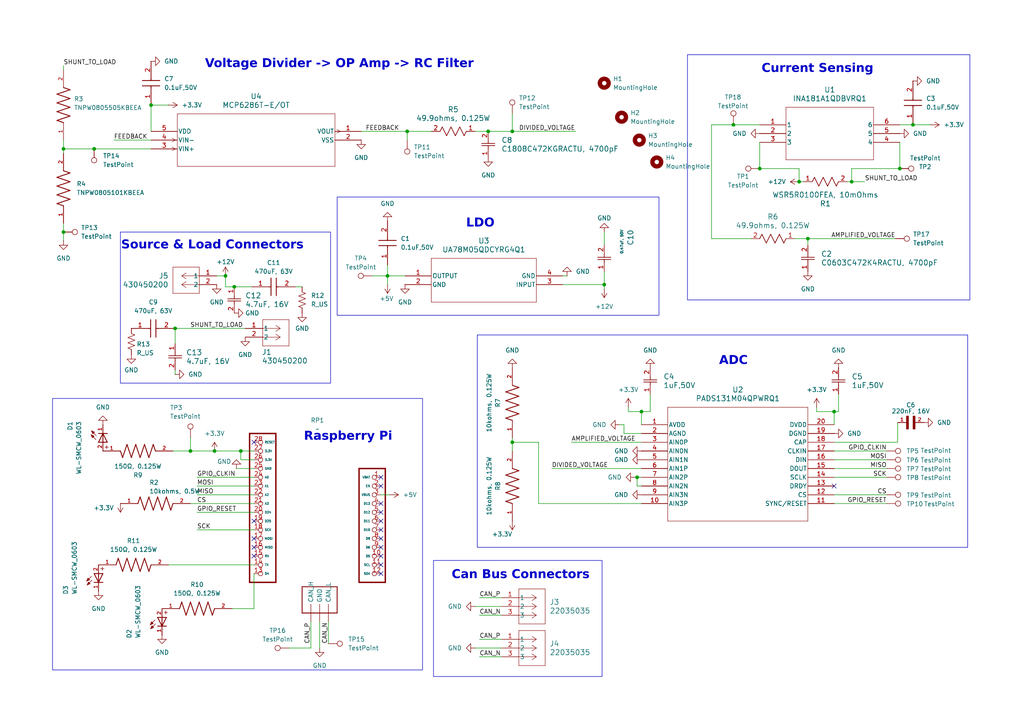
<source format=kicad_sch>
(kicad_sch (version 20231120) (generator "eeschema") (generator_version "8.0")
  (paper "A4")
  (junction (at 220.345 48.895))
  (junction (at 112.395 80.01))
  (junction (at 62.23 130.81))
  (junction (at 241.935 119.38))
  (junction (at 118.11 38.1))
  (junction (at 212.725 36.195))
  (junction (at 175.26 82.55))
  (junction (at 55.245 130.81))
  (junction (at 148.59 38.1))
  (junction (at 148.59 128.27))
  (junction (at 43.815 30.48))
  (junction (at 260.985 48.895))
  (junction (at 65.405 80.01))
  (junction (at 67.945 83.185))
  (junction (at 264.795 36.195))
  (junction (at 18.415 43.18))
  (junction (at 247.015 52.705))
  (junction (at 141.605 38.1))
  (junction (at 186.055 119.38))
  (junction (at 184.785 138.43))
  (junction (at 50.8 95.25))
  (junction (at 234.315 69.215))
  (junction (at 231.775 52.705))
  (junction (at 69.85 130.81))
  (junction (at 18.415 67.31))
  (junction (at 27.305 43.18))
  (no_connect (at 241.935 140.97))
  (no_connect (at 110.49 148.59))
  (no_connect (at 110.49 156.21))
  (no_connect (at 110.49 140.97))
  (no_connect (at 110.49 161.29))
  (no_connect (at 73.66 161.29))
  (no_connect (at 110.49 158.75))
  (no_connect (at 110.49 163.83))
  (no_connect (at 110.49 166.37))
  (no_connect (at 110.49 153.67))
  (no_connect (at 73.66 128.27))
  (no_connect (at 73.66 158.75))
  (no_connect (at 73.66 151.13))
  (no_connect (at 110.49 146.05))
  (no_connect (at 73.66 156.21))
  (no_connect (at 110.49 138.43))
  (no_connect (at 110.49 151.13))
  (wire (pts (xy 18.415 40.64) (xy 18.415 43.18)))
  (wire (pts (xy 48.895 163.83) (xy 73.66 163.83)))
  (wire (pts (xy 188.595 119.38) (xy 186.055 119.38)))
  (wire (pts (xy 83.82 187.96) (xy 90.17 187.96)))
  (wire (pts (xy 184.785 140.97) (xy 186.055 140.97)))
  (wire (pts (xy 184.785 138.43) (xy 184.785 140.97)))
  (wire (pts (xy 50.8 95.25) (xy 50.8 99.695)))
  (wire (pts (xy 184.785 138.43) (xy 186.055 138.43)))
  (wire (pts (xy 73.66 148.59) (xy 57.15 148.59)))
  (wire (pts (xy 220.345 48.895) (xy 220.345 41.275)))
  (wire (pts (xy 156.21 128.27) (xy 156.21 146.05)))
  (wire (pts (xy 141.605 38.1) (xy 148.59 38.1)))
  (wire (pts (xy 217.805 69.215) (xy 206.375 69.215)))
  (wire (pts (xy 269.875 36.195) (xy 264.795 36.195)))
  (wire (pts (xy 186.055 123.19) (xy 186.055 119.38)))
  (wire (pts (xy 62.23 130.81) (xy 69.85 130.81)))
  (wire (pts (xy 69.85 133.35) (xy 69.85 130.81)))
  (wire (pts (xy 180.975 123.19) (xy 180.975 125.73)))
  (wire (pts (xy 55.245 130.81) (xy 62.23 130.81)))
  (wire (pts (xy 184.15 138.43) (xy 184.785 138.43)))
  (wire (pts (xy 67.945 83.185) (xy 65.405 83.185)))
  (wire (pts (xy 65.405 83.185) (xy 65.405 80.01)))
  (wire (pts (xy 110.49 143.51) (xy 113.03 143.51)))
  (wire (pts (xy 156.21 146.05) (xy 186.055 146.05)))
  (wire (pts (xy 145.415 187.96) (xy 137.795 187.96)))
  (wire (pts (xy 241.935 133.35) (xy 257.175 133.35)))
  (wire (pts (xy 145.415 178.435) (xy 139.065 178.435)))
  (wire (pts (xy 50.165 130.81) (xy 55.245 130.81)))
  (wire (pts (xy 148.59 38.1) (xy 167.005 38.1)))
  (wire (pts (xy 145.415 185.42) (xy 139.065 185.42)))
  (wire (pts (xy 245.745 52.705) (xy 247.015 52.705)))
  (wire (pts (xy 18.415 43.18) (xy 18.415 44.45)))
  (wire (pts (xy 50.8 95.25) (xy 71.12 95.25)))
  (wire (pts (xy 231.775 48.895) (xy 231.775 52.705)))
  (wire (pts (xy 27.305 43.18) (xy 43.815 43.18)))
  (wire (pts (xy 260.985 41.275) (xy 260.985 48.895)))
  (wire (pts (xy 55.245 127) (xy 55.245 130.81)))
  (wire (pts (xy 180.975 125.73) (xy 186.055 125.73)))
  (wire (pts (xy 241.935 119.38) (xy 241.935 123.19)))
  (wire (pts (xy 175.26 67.31) (xy 175.26 71.12)))
  (wire (pts (xy 236.855 119.38) (xy 241.935 119.38)))
  (wire (pts (xy 148.59 128.27) (xy 156.21 128.27)))
  (wire (pts (xy 175.26 82.55) (xy 175.26 83.82)))
  (wire (pts (xy 241.935 146.05) (xy 257.175 146.05)))
  (wire (pts (xy 107.95 80.01) (xy 112.395 80.01)))
  (wire (pts (xy 118.11 38.1) (xy 118.11 40.64)))
  (wire (pts (xy 73.025 83.185) (xy 67.945 83.185)))
  (wire (pts (xy 257.175 135.89) (xy 241.935 135.89)))
  (wire (pts (xy 241.935 119.38) (xy 243.205 119.38)))
  (wire (pts (xy 241.935 138.43) (xy 257.175 138.43)))
  (wire (pts (xy 104.775 38.1) (xy 118.11 38.1)))
  (wire (pts (xy 57.15 143.51) (xy 73.66 143.51)))
  (wire (pts (xy 206.375 69.215) (xy 206.375 36.195)))
  (wire (pts (xy 220.345 48.895) (xy 231.775 48.895)))
  (wire (pts (xy 48.895 30.48) (xy 43.815 30.48)))
  (wire (pts (xy 236.855 119.38) (xy 236.855 118.11)))
  (wire (pts (xy 247.015 48.895) (xy 247.015 52.705)))
  (wire (pts (xy 118.11 38.1) (xy 125.095 38.1)))
  (wire (pts (xy 145.415 173.355) (xy 139.065 173.355)))
  (wire (pts (xy 57.15 153.67) (xy 73.66 153.67)))
  (wire (pts (xy 145.415 190.5) (xy 139.065 190.5)))
  (wire (pts (xy 206.375 36.195) (xy 212.725 36.195)))
  (wire (pts (xy 67.31 176.53) (xy 73.66 176.53)))
  (wire (pts (xy 137.795 38.1) (xy 141.605 38.1)))
  (wire (pts (xy 260.35 128.27) (xy 241.935 128.27)))
  (wire (pts (xy 160.02 135.89) (xy 186.055 135.89)))
  (wire (pts (xy 145.415 175.895) (xy 137.795 175.895)))
  (wire (pts (xy 165.735 128.27) (xy 186.055 128.27)))
  (wire (pts (xy 188.595 114.3) (xy 188.595 119.38)))
  (wire (pts (xy 164.465 80.01) (xy 163.195 80.01)))
  (wire (pts (xy 18.415 43.18) (xy 27.305 43.18)))
  (wire (pts (xy 234.315 71.12) (xy 234.315 69.215)))
  (wire (pts (xy 179.705 123.19) (xy 180.975 123.19)))
  (wire (pts (xy 112.395 80.01) (xy 112.395 82.55)))
  (wire (pts (xy 234.315 69.215) (xy 259.715 69.215)))
  (wire (pts (xy 85.725 83.185) (xy 87.63 83.185)))
  (wire (pts (xy 55.245 146.05) (xy 73.66 146.05)))
  (wire (pts (xy 62.865 80.01) (xy 65.405 80.01)))
  (wire (pts (xy 18.415 69.85) (xy 18.415 67.31)))
  (wire (pts (xy 69.85 130.81) (xy 73.66 130.81)))
  (wire (pts (xy 18.415 19.05) (xy 18.415 20.32)))
  (wire (pts (xy 92.71 180.34) (xy 92.71 187.96)))
  (wire (pts (xy 247.015 52.705) (xy 250.825 52.705)))
  (wire (pts (xy 186.055 119.38) (xy 182.245 119.38)))
  (wire (pts (xy 43.815 30.48) (xy 43.815 38.1)))
  (wire (pts (xy 73.66 166.37) (xy 73.66 176.53)))
  (wire (pts (xy 231.775 52.705) (xy 233.045 52.705)))
  (wire (pts (xy 264.795 36.195) (xy 260.985 36.195)))
  (wire (pts (xy 112.395 76.835) (xy 112.395 80.01)))
  (wire (pts (xy 247.015 48.895) (xy 260.985 48.895)))
  (wire (pts (xy 18.415 67.31) (xy 18.415 64.77)))
  (wire (pts (xy 95.25 180.34) (xy 95.25 186.69)))
  (wire (pts (xy 212.725 36.195) (xy 220.345 36.195)))
  (wire (pts (xy 90.17 180.34) (xy 90.17 187.96)))
  (wire (pts (xy 260.35 122.555) (xy 260.35 128.27)))
  (wire (pts (xy 148.59 130.81) (xy 148.59 128.27)))
  (wire (pts (xy 73.66 138.43) (xy 57.15 138.43)))
  (wire (pts (xy 175.26 78.74) (xy 175.26 82.55)))
  (wire (pts (xy 69.85 133.35) (xy 73.66 133.35)))
  (wire (pts (xy 230.505 69.215) (xy 234.315 69.215)))
  (wire (pts (xy 50.8 107.315) (xy 50.8 108.585)))
  (wire (pts (xy 163.195 82.55) (xy 175.26 82.55)))
  (wire (pts (xy 243.205 114.3) (xy 243.205 119.38)))
  (wire (pts (xy 241.935 143.51) (xy 257.175 143.51)))
  (wire (pts (xy 148.59 33.02) (xy 148.59 38.1)))
  (wire (pts (xy 148.59 128.27) (xy 148.59 127)))
  (wire (pts (xy 241.935 130.81) (xy 257.175 130.81)))
  (wire (pts (xy 68.58 135.89) (xy 73.66 135.89)))
  (wire (pts (xy 73.66 140.97) (xy 57.15 140.97)))
  (wire (pts (xy 33.02 40.64) (xy 43.815 40.64)))
  (wire (pts (xy 182.245 119.38) (xy 182.245 118.11)))
  (wire (pts (xy 112.395 80.01) (xy 117.475 80.01)))
  (rectangle (start 125.73 162.56) (end 174.625 196.215))
  (rectangle (start 97.79 57.15) (end 191.135 91.44))
  (rectangle (start 138.43 97.155) (end 280.67 158.75))
  (rectangle (start 122.555 194.31) (end 15.24 115.57))
  (rectangle (start 34.925 67.31) (end 95.885 111.125))
  (rectangle (start 199.39 15.875) (end 281.305 86.995))
  (text "LDO" (at 139.319 65.532 0) (effects (font (size 2.54 2.54))))
  (text "Raspberry Pi" (at 100.965 127.381 0) (effects (font (size 2.54 2.54))))
  (text "Current Sensing" (at 237.109 20.701 0) (effects (font (size 2.54 2.54))))
  (text "Voltage Divider -> OP Amp -> RC Filter" (at 98.425 19.304 0) (effects (font (size 2.54 2.54))))
  (text "Source & Load Connectors" (at 61.595 71.882 0) (effects (font (size 2.54 2.54))))
  (text "ADC" (at 212.725 105.41 0) (effects (font (size 2.54 2.54))))
  (text "Can Bus Connectors" (at 151.003 167.513 0) (effects (font (size 2.54 2.54))))
  (label "SHUNT_TO_LOAD" (at 250.825 52.705 0))
  (label "SHUNT_TO_LOAD" (at 18.415 19.05 0))
  (label "SCK" (at 57.15 153.67 0))
  (label "DIVIDED_VOLTAGE" (at 150.495 38.1 0))
  (label "AMPLIFIED_VOLTAGE" (at 165.735 128.27 0))
  (label "CAN_N" (at 139.065 178.435 0))
  (label "SCK" (at 257.175 138.43 180))
  (label "CAN_N" (at 139.065 190.5 0))
  (label "CAN_P" (at 90.17 186.69 90))
  (label "SHUNT_TO_LOAD" (at 70.485 95.25 180))
  (label "MOSI" (at 57.15 140.97 0))
  (label "FEEDBACK" (at 106.045 38.1 0))
  (label "FEEDBACK" (at 33.02 40.64 0))
  (label "MOSI" (at 257.175 133.35 180))
  (label "GPIO_CLKIN" (at 257.175 130.81 180))
  (label "GPIO_RESET" (at 257.175 146.05 180))
  (label "MISO" (at 257.175 135.89 180))
  (label "CAN_P" (at 139.065 173.355 0))
  (label "DIVIDED_VOLTAGE" (at 160.02 135.89 0))
  (label "CS" (at 57.15 146.05 0))
  (label "GPIO_CLKIN" (at 57.15 138.43 0))
  (label "CAN_P" (at 139.065 185.42 0))
  (label "AMPLIFIED_VOLTAGE" (at 259.715 69.215 180))
  (label "MISO" (at 57.15 143.51 0))
  (label "CAN_N" (at 95.25 186.69 90))
  (label "CS" (at 257.175 143.51 180))
  (label "GPIO_RESET" (at 57.15 148.59 0))
  (symbol (lib_id "SMV_Custom:GCM188R71H104KA57D") (at 262.89 122.555 0) (unit 1)
    (property "Reference" "C6" (at 264.16 117.475 0))
    (property "Value" "220nF, 16V" (at 264.16 119.253 0))
    (property "Footprint" "SMV_Passives:0805RESC2012X60N" (effects (hide yes)))
    (property "Datasheet" "C0805C224K5RACAUTO" (effects (hide yes)))
    (property "Description" "C129652" (effects (hide yes)))
  )
  (symbol (lib_id "power:GND") (at 175.26 67.31 0) (mirror x) (unit 1)
    (property "Reference" "#PWR021" (effects (hide yes)))
    (property "Value" "GND" (at 173.228 63.246 0) (effects (justify left)))
    (property "Description" "Power symbol creates a global label with name \"GND\" , ground" (effects (hide yes)))
  )
  (symbol (lib_id "power:GND") (at 67.945 90.805 90) (unit 1)
    (property "Reference" "#PWR047" (effects (hide yes)))
    (property "Value" "GND" (at 71.12 90.8049 90) (effects (justify right)))
    (property "Description" "Power symbol creates a global label with name \"GND\" , ground" (effects (hide yes)))
  )
  (symbol (lib_id "SMV_Custom:C0805C104K5RACTU") (at 264.795 36.195 90) (unit 1)
    (property "Reference" "C3" (at 268.605 28.5749 90) (effects (justify right)))
    (property "Value" "0.1uF,50V" (at 268.605 31.1149 90) (effects (justify right)))
    (property "Footprint" "SMV_Passives:Cap0805" (effects (hide yes)))
    (property "Datasheet" "C0805F104K5RACAUTO" (effects (hide yes)))
    (property "Description" "C141162" (effects (hide yes)))
    (property "Height" "1.1" (effects (hide yes)))
    (property "Manufacturer_Name" "KEMET" (effects (hide yes)))
    (property "Manufacturer_Part_Number" "C0805C104K5RACTU" (effects (hide yes)))
    (property "Mouser Part Number" "80-C0805C104K5R" (effects (hide yes)))
    (property "Mouser Price/Stock" "https://www.mouser.co.uk/ProductDetail/KEMET/C0805C104K5RACTU?qs=Pc30aiB8zWUISNb2Qeyxfw%3D%3D" (effects (hide yes)))
    (property "Arrow Part Number" "C0805C104K5RACTU" (effects (hide yes)))
    (property "Arrow Price/Stock" "https://www.arrow.com/en/products/c0805c104k5ractu/kemet-corporation?region=nac" (effects (hide yes)))
  )
  (symbol (lib_id "SMV_Custom:RCS0603150RJNEA") (at 38.735 163.83 0) (unit 1)
    (property "Reference" "R11" (at 38.735 156.845 0))
    (property "Value" "150Ω, 0.125W" (at 38.735 159.385 0))
    (property "Footprint" "SMV_Passives:0805RESC2012X60N" (effects (hide yes)))
    (property "Datasheet" "CRCW0805150RFKEA" (effects (hide yes)))
    (property "Description" "C844818" (effects (hide yes)))
  )
  (symbol (lib_id "SMV_Custom:C0805C104K5RACTU") (at 43.815 30.48 90) (unit 1)
    (property "Reference" "C7" (at 47.625 22.8599 90) (effects (justify right)))
    (property "Value" "0.1uF,50V" (at 47.625 25.3999 90) (effects (justify right)))
    (property "Footprint" "SMV_Passives:Cap0805" (effects (hide yes)))
    (property "Datasheet" "C0805F104K5RACAUTO" (effects (hide yes)))
    (property "Description" "C141162" (effects (hide yes)))
    (property "Height" "1.1" (effects (hide yes)))
    (property "Manufacturer_Name" "KEMET" (effects (hide yes)))
    (property "Manufacturer_Part_Number" "C0805C104K5RACTU" (effects (hide yes)))
    (property "Mouser Part Number" "80-C0805C104K5R" (effects (hide yes)))
    (property "Mouser Price/Stock" "https://www.mouser.co.uk/ProductDetail/KEMET/C0805C104K5RACTU?qs=Pc30aiB8zWUISNb2Qeyxfw%3D%3D" (effects (hide yes)))
    (property "Arrow Part Number" "C0805C104K5RACTU" (effects (hide yes)))
    (property "Arrow Price/Stock" "https://www.arrow.com/en/products/c0805c104k5ractu/kemet-corporation?region=nac" (effects (hide yes)))
  )
  (symbol (lib_id "Connector:TestPoint") (at 257.175 138.43 270) (unit 1)
    (property "Reference" "TP8" (at 262.89 138.557 90) (effects (justify left)))
    (property "Value" "TestPoint" (at 266.954 138.557 90) (effects (justify left)))
    (property "Footprint" "TestPoint:TestPoint_Pad_D1.0mm" (effects (hide yes)))
    (property "Description" "test point" (effects (hide yes)))
  )
  (symbol (lib_id "SMV_Custom:TNPW0805505KBEEA") (at 18.415 30.48 90) (unit 1)
    (property "Reference" "R3" (at 21.463 28.702 90) (effects (justify right)))
    (property "Value" "TNPW0805505KBEEA" (at 21.463 31.242 90) (effects (justify right)))
    (property "Footprint" "SMV_Passives:RESC2012X55N" (effects (hide yes)))
  )
  (symbol (lib_id "power:GND") (at 234.315 78.74 0) (unit 1)
    (property "Reference" "#PWR033" (effects (hide yes)))
    (property "Value" "GND" (at 234.315 83.82 0))
    (property "Description" "Power symbol creates a global label with name \"GND\" , ground" (effects (hide yes)))
  )
  (symbol (lib_id "power:GND") (at 148.59 106.68 180) (unit 1)
    (property "Reference" "#PWR035" (effects (hide yes)))
    (property "Value" "GND" (at 148.59 101.6 0))
    (property "Description" "Power symbol creates a global label with name \"GND\" , ground" (effects (hide yes)))
  )
  (symbol (lib_id "power:GND") (at 186.055 130.81 270) (unit 1)
    (property "Reference" "#PWR015" (effects (hide yes)))
    (property "Value" "GND" (at 182.245 130.8099 90) (effects (justify right)))
    (property "Description" "Power symbol creates a global label with name \"GND\" , ground" (effects (hide yes)))
  )
  (symbol (lib_id "SMV_Custom:INA181A1QDBVRQ1") (at 220.345 36.195 0) (unit 1)
    (property "Reference" "U1" (at 240.665 26.035 0) (effects (font (size 1.524 1.524))))
    (property "Value" "INA181A1QDBVRQ1" (at 240.665 28.575 0) (effects (font (size 1.524 1.524))))
    (property "Footprint" "SMV_ICs:SOIC_DBVRQ1_TEX" (effects (hide yes)))
    (property "Datasheet" "INA181A1QDBVRQ1" (effects (hide yes)))
  )
  (symbol (lib_id "SMV_Custom:430450200") (at 62.865 80.01 0) (mirror y) (unit 1)
    (property "Reference" "J5" (at 48.895 80.0099 0) (effects (font (size 1.524 1.524)) (justify left)))
    (property "Value" "430450200" (at 48.895 82.5499 0) (effects (font (size 1.524 1.524)) (justify left)))
    (property "Footprint" "SMV_Connectors:CONN_SD-43045-001_02_MOL" (effects (hide yes)))
    (property "Datasheet" "430450200" (effects (hide yes)))
  )
  (symbol (lib_id "SMV_Custom:Big_Chunky_Cap2") (at 73.025 83.185 0) (unit 1)
    (property "Reference" "C11" (at 79.375 76.2 0))
    (property "Value" "470uF, 63V" (at 79.375 78.74 0))
    (property "Footprint" "SMV_Passives:Big_Chunky_Cap" (effects (hide yes)))
    (property "Datasheet" "https://content.kemet.com/datasheets/KEM_C1003_C0G_SMD.pdf" (effects (hide yes)))
    (property "Description" "SMD Comm C0G, Ceramic, 1000 pF, 10%, 50 VDC, 125 VDC, 125C, -55C, C0G, SMD, MLCC, Ultra-Stable, Low Loss, Class I, 0.1 % , 100 GOhms, 11 mg, 0805, 2mm, 1.25mm, 0.78mm, 0.75mm, 0.5mm, 4000, 78  Weeks, 120" (effects (hide yes)))
    (property "Height" "1.1" (effects (hide yes)))
    (property "Manufacturer_Name" "KEMET" (effects (hide yes)))
    (property "Manufacturer_Part_Number" "C0805C102K5GACTU" (effects (hide yes)))
    (property "Mouser Part Number" "80-C0805C102K5G" (effects (hide yes)))
    (property "Mouser Price/Stock" "https://www.mouser.co.uk/ProductDetail/KEMET/C0805C102K5GACTU?qs=ycq5i98tC2kqWbFrXv0n7w%3D%3D" (effects (hide yes)))
    (property "Arrow Part Number" "C0805C102K5GACTU" (effects (hide yes)))
    (property "Arrow Price/Stock" "https://www.arrow.com/en/products/c0805c102k5gactu/kemet-corporation" (effects (hide yes)))
  )
  (symbol (lib_id "SMV_Custom:C0805C105K4RACTU") (at 243.205 114.3 90) (unit 1)
    (property "Reference" "C5" (at 247.015 109.2199 90) (effects (font (size 1.524 1.524)) (justify right)))
    (property "Value" "1uF,50V" (at 247.015 111.7599 90) (effects (font (size 1.524 1.524)) (justify right)))
    (property "Footprint" "SMV_Passives:Cap0805" (effects (hide yes)))
    (property "Datasheet" "C0805X105K5RACAUTO" (effects (hide yes)))
    (property "Description" "C3858054" (effects (hide yes)))
  )
  (symbol (lib_id "Connector:TestPoint") (at 83.82 187.96 90) (unit 1)
    (property "Reference" "TP16" (at 80.518 182.88 90))
    (property "Value" "TestPoint" (at 80.518 185.42 90))
    (property "Footprint" "TestPoint:TestPoint_Pad_D1.0mm" (effects (hide yes)))
    (property "Description" "test point" (effects (hide yes)))
  )
  (symbol (lib_id "SMV_Custom:C0805C104K5RACTU") (at 112.395 76.835 90) (unit 1)
    (property "Reference" "C1" (at 116.205 69.2149 90) (effects (justify right)))
    (property "Value" "0.1uF,50V" (at 116.205 71.7549 90) (effects (justify right)))
    (property "Footprint" "SMV_Passives:Cap0805" (effects (hide yes)))
    (property "Datasheet" "C0805F104K5RACAUTO" (effects (hide yes)))
    (property "Description" "C141162" (effects (hide yes)))
    (property "Height" "1.1" (effects (hide yes)))
    (property "Manufacturer_Name" "KEMET" (effects (hide yes)))
    (property "Manufacturer_Part_Number" "C0805C104K5RACTU" (effects (hide yes)))
    (property "Mouser Part Number" "80-C0805C104K5R" (effects (hide yes)))
    (property "Mouser Price/Stock" "https://www.mouser.co.uk/ProductDetail/KEMET/C0805C104K5RACTU?qs=Pc30aiB8zWUISNb2Qeyxfw%3D%3D" (effects (hide yes)))
    (property "Arrow Part Number" "C0805C104K5RACTU" (effects (hide yes)))
    (property "Arrow Price/Stock" "https://www.arrow.com/en/products/c0805c104k5ractu/kemet-corporation?region=nac" (effects (hide yes)))
  )
  (symbol (lib_id "power:GND") (at 184.15 138.43 270) (unit 1)
    (property "Reference" "#PWR043" (effects (hide yes)))
    (property "Value" "GND" (at 180.34 138.4299 90) (effects (justify right)))
    (property "Description" "Power symbol creates a global label with name \"GND\" , ground" (effects (hide yes)))
  )
  (symbol (lib_id "power:GND") (at 71.12 97.79 0) (unit 1)
    (property "Reference" "#PWR014" (effects (hide yes)))
    (property "Value" "GND" (at 71.12 102.87 0))
    (property "Description" "Power symbol creates a global label with name \"GND\" , ground" (effects (hide yes)))
  )
  (symbol (lib_id "Mechanical:MountingHole") (at 175.26 24.13 0) (unit 1) (exclude_from_sim yes) (in_bom no)
    (property "Reference" "H1" (at 177.8 22.8599 0) (effects (justify left)))
    (property "Value" "MountingHole" (at 177.8 25.3999 0) (effects (justify left)))
    (property "Footprint" "MountingHole:MountingHole_3.2mm_M3" (effects (hide yes)))
    (property "Description" "Mounting Hole without connection" (effects (hide yes)))
  )
  (symbol (lib_id "power:+5V") (at 113.03 143.51 270) (unit 1)
    (property "Reference" "#PWR07" (effects (hide yes)))
    (property "Value" "+5V" (at 116.84 143.5099 90) (effects (justify left)))
    (property "Description" "Power symbol creates a global label with name \"+5V\"" (effects (hide yes)))
  )
  (symbol (lib_id "Connector:TestPoint") (at 257.175 143.51 270) (unit 1)
    (property "Reference" "TP9" (at 262.89 143.637 90) (effects (justify left)))
    (property "Value" "TestPoint" (at 266.954 143.637 90) (effects (justify left)))
    (property "Footprint" "TestPoint:TestPoint_Pad_D1.0mm" (effects (hide yes)))
    (property "Description" "test point" (effects (hide yes)))
  )
  (symbol (lib_id "SMV_Custom:C1210C474K5RACTU") (at 175.26 78.74 90) (unit 1)
    (property "Reference" "C10" (at 182.88 66.548 0) (effects (font (size 1.524 1.524)) (justify right)))
    (property "Value" "0.47uF, 50V" (at 180.34 66.548 0) (effects (font (size 0.762 0.762)) (justify right)))
    (property "Footprint" "SMV_Passives:CAPC340270_105N_KEM" (effects (hide yes)))
    (property "Datasheet" "C0805X474K5RACAUTO" (effects (hide yes)))
    (property "Description" "C2173145" (effects (hide yes)))
  )
  (symbol (lib_id "power:+3.3V") (at 236.855 118.11 0) (unit 1)
    (property "Reference" "#PWR025" (effects (hide yes)))
    (property "Value" "+3.3V" (at 236.855 113.03 0))
    (property "Description" "Power symbol creates a global label with name \"+3.3V\"" (effects (hide yes)))
  )
  (symbol (lib_id "SMV_Custom:C0805C105K4RACTU") (at 188.595 114.3 90) (unit 1)
    (property "Reference" "C4" (at 192.405 109.2199 90) (effects (font (size 1.524 1.524)) (justify right)))
    (property "Value" "1uF,50V" (at 192.405 111.7599 90) (effects (font (size 1.524 1.524)) (justify right)))
    (property "Footprint" "SMV_Passives:Cap0805" (effects (hide yes)))
    (property "Datasheet" "C0805X105K5RACAUTO" (effects (hide yes)))
    (property "Description" "C3858054" (effects (hide yes)))
  )
  (symbol (lib_id "SMV_Custom:WSR5R0100FEA") (at 233.045 52.705 0) (unit 1)
    (property "Reference" "R1" (at 239.395 59.055 0) (effects (font (size 1.524 1.524))))
    (property "Value" "WSR5R0100FEA, 10mOhms" (at 239.395 56.515 0) (effects (font (size 1.524 1.524))))
    (property "Footprint" "WSR" (effects (hide yes)))
    (property "Datasheet" "WSR5R0100FEA" (effects (hide yes)))
  )
  (symbol (lib_id "SMV_Custom:3-pin Mini Molex Spox") (at 145.415 185.42 0) (unit 1)
    (property "Reference" "J4" (at 159.385 186.6899 0) (effects (font (size 1.524 1.524)) (justify left)))
    (property "Value" "22035035" (at 159.385 189.2299 0) (effects (font (size 1.524 1.524)) (justify left)))
    (property "Footprint" "SMV_Connectors:3pin_CON_22035035_MOL" (effects (hide yes)))
    (property "Datasheet" "3-pin Mini Molex Spox" (effects (hide yes)))
  )
  (symbol (lib_id "power:GND") (at 43.815 17.78 90) (unit 1)
    (property "Reference" "#PWR029" (effects (hide yes)))
    (property "Value" "GND" (at 47.625 17.7799 90) (effects (justify right)))
    (property "Description" "Power symbol creates a global label with name \"GND\" , ground" (effects (hide yes)))
  )
  (symbol (lib_id "Connector:TestPoint") (at 95.25 186.69 270) (unit 1)
    (property "Reference" "TP15" (at 100.965 185.4199 90) (effects (justify left)))
    (property "Value" "TestPoint" (at 100.965 187.9599 90) (effects (justify left)))
    (property "Footprint" "TestPoint:TestPoint_Pad_D1.0mm" (effects (hide yes)))
    (property "Description" "test point" (effects (hide yes)))
  )
  (symbol (lib_id "power:GND") (at 220.345 38.735 270) (unit 1)
    (property "Reference" "#PWR04" (effects (hide yes)))
    (property "Value" "GND" (at 216.535 38.7349 90) (effects (justify right)))
    (property "Description" "Power symbol creates a global label with name \"GND\" , ground" (effects (hide yes)))
  )
  (symbol (lib_id "power:GND") (at 137.795 175.895 270) (unit 1)
    (property "Reference" "#PWR038" (effects (hide yes)))
    (property "Value" "GND" (at 133.985 175.8949 90) (effects (justify right)))
    (property "Description" "Power symbol creates a global label with name \"GND\" , ground" (effects (hide yes)))
  )
  (symbol (lib_id "Connector:TestPoint") (at 220.345 48.895 90) (unit 1)
    (property "Reference" "TP1" (at 215.519 51.181 90))
    (property "Value" "TestPoint" (at 215.519 53.721 90))
    (property "Footprint" "TestPoint:TestPoint_Pad_D1.0mm" (effects (hide yes)))
    (property "Description" "test point" (effects (hide yes)))
  )
  (symbol (lib_id "SMV_Custom:PADS131M04QPWRQ1") (at 186.055 123.19 0) (unit 1)
    (property "Reference" "U2" (at 213.995 113.03 0) (effects (font (size 1.524 1.524))))
    (property "Value" "PADS131M04QPWRQ1" (at 213.995 115.57 0) (effects (font (size 1.524 1.524))))
    (property "Footprint" "SMV_ICs:TSSOP20_PW_TEX" (effects (hide yes)))
    (property "Datasheet" "PADS131M04QPWRQ1" (effects (hide yes)))
  )
  (symbol (lib_id "SMV_Custom:RCS0603150RJNEA") (at 57.15 176.53 0) (unit 1)
    (property "Reference" "R10" (at 57.15 169.545 0))
    (property "Value" "150Ω, 0.125W" (at 57.15 172.085 0))
    (property "Footprint" "SMV_Passives:0805RESC2012X60N" (effects (hide yes)))
    (property "Datasheet" "CRCW0805150RFKEA" (effects (hide yes)))
    (property "Description" "C844818" (effects (hide yes)))
  )
  (symbol (lib_id "power:GND") (at 112.395 64.135 180) (unit 1)
    (property "Reference" "#PWR023" (effects (hide yes)))
    (property "Value" "GND" (at 112.395 59.055 0))
    (property "Description" "Power symbol creates a global label with name \"GND\" , ground" (effects (hide yes)))
  )
  (symbol (lib_id "power:GND") (at 186.055 143.51 270) (unit 1)
    (property "Reference" "#PWR036" (effects (hide yes)))
    (property "Value" "GND" (at 182.245 143.5099 90) (effects (justify right)))
    (property "Description" "Power symbol creates a global label with name \"GND\" , ground" (effects (hide yes)))
  )
  (symbol (lib_id "SMV_Custom:TNPW0805101KBEEA") (at 18.415 54.61 90) (unit 1)
    (property "Reference" "R4" (at 22.225 53.3399 90) (effects (justify right)))
    (property "Value" "TNPW0805101KBEEA" (at 22.225 55.8799 90) (effects (justify right)))
    (property "Footprint" "SMV_Passives:RESC2012X55N" (effects (hide yes)))
  )
  (symbol (lib_id "SMV_Custom:WL-SMCW_0603") (at 46.99 181.61 90) (unit 1)
    (property "Reference" "D2" (at 37.465 185.166 0) (effects (justify left)))
    (property "Value" "WL-SMCW_0603" (at 40.005 185.166 0) (effects (justify left)))
    (property "Footprint" "SMV_Passives:WL-SMCW_0603(diode)" (effects (hide yes)))
  )
  (symbol (lib_id "power:GND") (at 243.205 106.68 180) (unit 1)
    (property "Reference" "#PWR020" (effects (hide yes)))
    (property "Value" "GND" (at 243.205 101.6 0))
    (property "Description" "Power symbol creates a global label with name \"GND\" , ground" (effects (hide yes)))
  )
  (symbol (lib_id "power:GND") (at 28.575 171.45 0) (unit 1)
    (property "Reference" "#PWR042" (effects (hide yes)))
    (property "Value" "GND" (at 28.575 176.53 0))
    (property "Description" "Power symbol creates a global label with name \"GND\" , ground" (effects (hide yes)))
  )
  (symbol (lib_id "power:GND") (at 137.795 187.96 270) (unit 1)
    (property "Reference" "#PWR039" (effects (hide yes)))
    (property "Value" "GND" (at 133.985 187.9599 90) (effects (justify right)))
    (property "Description" "Power symbol creates a global label with name \"GND\" , ground" (effects (hide yes)))
  )
  (symbol (lib_id "SMV_Custom:CRCW080510K0FKEAC") (at 45.085 146.05 0) (unit 1)
    (property "Reference" "R2" (at 43.307 139.954 0) (effects (justify left)))
    (property "Value" "10kohms, 0.5W" (at 43.307 142.494 0) (effects (justify left)))
    (property "Footprint" "SMV_Passives:0805RESC2012X60N" (effects (hide yes)))
    (property "Datasheet" "CRCW080510K0FKEAHP" (effects (hide yes)))
    (property "Description" "C313823" (effects (hide yes)))
    (property "MF" "Vishay Dale" (effects (hide yes)))
    (property "Description_1" "\n                        \n                            10 kOhms ±1% 0.125W, 1/8W Chip Resistor 0805 (2012 Metric) - Thick Film\n                        \n" (effects (hide yes)))
    (property "Package" "2012 Vishay" (effects (hide yes)))
    (property "Price" "None" (effects (hide yes)))
    (property "SnapEDA_Link" "https://www.snapeda.com/parts/CRCW080510K0FKEAC/Vishay+Dale/view-part/?ref=snap" (effects (hide yes)))
    (property "MP" "CRCW080510K0FKEAC" (effects (hide yes)))
    (property "Availability" "In Stock" (effects (hide yes)))
    (property "Check_prices" "https://www.snapeda.com/parts/CRCW080510K0FKEAC/Vishay+Dale/view-part/?ref=eda" (effects (hide yes)))
  )
  (symbol (lib_id "Connector:TestPoint") (at 259.715 69.215 270) (unit 1)
    (property "Reference" "TP17" (at 264.795 67.9449 90) (effects (justify left)))
    (property "Value" "TestPoint" (at 264.795 70.4849 90) (effects (justify left)))
    (property "Footprint" "TestPoint:TestPoint_Pad_D1.0mm" (effects (hide yes)))
    (property "Description" "test point" (effects (hide yes)))
  )
  (symbol (lib_id "Connector:TestPoint") (at 257.175 135.89 270) (unit 1)
    (property "Reference" "TP7" (at 262.89 136.017 90) (effects (justify left)))
    (property "Value" "TestPoint" (at 266.954 136.017 90) (effects (justify left)))
    (property "Footprint" "TestPoint:TestPoint_Pad_D1.0mm" (effects (hide yes)))
    (property "Description" "test point" (effects (hide yes)))
  )
  (symbol (lib_id "SMV_Custom:WL-SMCW_0603") (at 29.845 125.73 90) (mirror x) (unit 1)
    (property "Reference" "D1" (at 20.32 122.174 0) (effects (justify left)))
    (property "Value" "WL-SMCW_0603" (at 22.86 122.174 0) (effects (justify left)))
    (property "Footprint" "SMV_Passives:WL-SMCW_0603(diode)" (effects (hide yes)))
  )
  (symbol (lib_id "power:GND") (at 46.99 184.15 0) (unit 1)
    (property "Reference" "#PWR041" (effects (hide yes)))
    (property "Value" "GND" (at 46.99 189.23 0))
    (property "Description" "Power symbol creates a global label with name \"GND\" , ground" (effects (hide yes)))
  )
  (symbol (lib_id "SMV_Custom:C0603C472K4RACTU") (at 234.315 78.74 90) (unit 1)
    (property "Reference" "C2" (at 238.125 73.6599 90) (effects (font (size 1.524 1.524)) (justify right)))
    (property "Value" "C0603C472K4RACTU, 4700pF" (at 238.125 76.1999 90) (effects (font (size 1.524 1.524)) (justify right)))
    (property "Footprint" "SMV_Passives:CAPC17595_87N_KEM" (effects (hide yes)))
    (property "Datasheet" "C0603C472K4RACTU" (effects (hide yes)))
  )
  (symbol (lib_id "power:+3.3V") (at 269.875 36.195 270) (unit 1)
    (property "Reference" "#PWR010" (effects (hide yes)))
    (property "Value" "+3.3V" (at 273.685 36.1949 90) (effects (justify left)))
    (property "Description" "Power symbol creates a global label with name \"+3.3V\"" (effects (hide yes)))
  )
  (symbol (lib_id "power:GND") (at 186.055 133.35 270) (unit 1)
    (property "Reference" "#PWR017" (effects (hide yes)))
    (property "Value" "GND" (at 182.245 133.3499 90) (effects (justify right)))
    (property "Description" "Power symbol creates a global label with name \"GND\" , ground" (effects (hide yes)))
  )
  (symbol (lib_id "power:GND") (at 141.605 45.72 0) (unit 1)
    (property "Reference" "#PWR032" (effects (hide yes)))
    (property "Value" "GND" (at 141.605 50.8 0))
    (property "Description" "Power symbol creates a global label with name \"GND\" , ground" (effects (hide yes)))
  )
  (symbol (lib_id "SMV_Custom:Big_Chunky_Cap2") (at 38.1 95.25 0) (unit 1)
    (property "Reference" "C9" (at 44.45 87.63 0))
    (property "Value" "470uF, 63V" (at 44.45 90.17 0))
    (property "Footprint" "SMV_Passives:Big_Chunky_Cap" (effects (hide yes)))
    (property "Datasheet" "https://content.kemet.com/datasheets/KEM_C1003_C0G_SMD.pdf" (effects (hide yes)))
    (property "Description" "SMD Comm C0G, Ceramic, 1000 pF, 10%, 50 VDC, 125 VDC, 125C, -55C, C0G, SMD, MLCC, Ultra-Stable, Low Loss, Class I, 0.1 % , 100 GOhms, 11 mg, 0805, 2mm, 1.25mm, 0.78mm, 0.75mm, 0.5mm, 4000, 78  Weeks, 120" (effects (hide yes)))
    (property "Height" "1.1" (effects (hide yes)))
    (property "Manufacturer_Name" "KEMET" (effects (hide yes)))
    (property "Manufacturer_Part_Number" "C0805C102K5GACTU" (effects (hide yes)))
    (property "Mouser Part Number" "80-C0805C102K5G" (effects (hide yes)))
    (property "Mouser Price/Stock" "https://www.mouser.co.uk/ProductDetail/KEMET/C0805C102K5GACTU?qs=ycq5i98tC2kqWbFrXv0n7w%3D%3D" (effects (hide yes)))
    (property "Arrow Part Number" "C0805C102K5GACTU" (effects (hide yes)))
    (property "Arrow Price/Stock" "https://www.arrow.com/en/products/c0805c102k5gactu/kemet-corporation" (effects (hide yes)))
  )
  (symbol (lib_id "SMV_Custom:CRCW020149R9FNED") (at 125.095 38.1 0) (unit 1)
    (property "Reference" "R5" (at 131.445 31.75 0) (effects (font (size 1.524 1.524))))
    (property "Value" "49.9ohms, 0.125W" (at 131.445 34.29 0) (effects (font (size 1.524 1.524))))
    (property "Footprint" "SMV_Passives:0805RESC2012X60N" (effects (hide yes)))
    (property "Datasheet" "CRCW080549R9FKEA" (effects (hide yes)))
    (property "Description" "C844847" (effects (hide yes)))
  )
  (symbol (lib_id "Connector:TestPoint") (at 257.175 130.81 270) (unit 1)
    (property "Reference" "TP5" (at 262.89 130.8099 90) (effects (justify left)))
    (property "Value" "TestPoint" (at 266.954 130.683 90) (effects (justify left)))
    (property "Footprint" "TestPoint:TestPoint_Pad_D1.0mm" (effects (hide yes)))
    (property "Description" "test point" (effects (hide yes)))
  )
  (symbol (lib_id "Connector:TestPoint") (at 260.985 48.895 270) (unit 1)
    (property "Reference" "TP2" (at 268.351 48.387 90))
    (property "Value" "TestPoint" (at 268.351 45.847 90))
    (property "Footprint" "TestPoint:TestPoint_Pad_D1.0mm" (effects (hide yes)))
    (property "Description" "test point" (effects (hide yes)))
  )
  (symbol (lib_id "power:GND") (at 241.935 125.73 90) (unit 1)
    (property "Reference" "#PWR011" (effects (hide yes)))
    (property "Value" "GND" (at 245.745 125.7299 90) (effects (justify right)))
    (property "Description" "Power symbol creates a global label with name \"GND\" , ground" (effects (hide yes)))
  )
  (symbol (lib_id "power:GND") (at 50.8 108.585 90) (unit 1)
    (property "Reference" "#PWR046" (effects (hide yes)))
    (property "Value" "GND" (at 54.61 108.5849 90) (effects (justify right)))
    (property "Description" "Power symbol creates a global label with name \"GND\" , ground" (effects (hide yes)))
  )
  (symbol (lib_id "SMV_Custom:CRCW080510K0FKEAC") (at 148.59 140.97 90) (unit 1)
    (property "Reference" "R8" (at 144.399 140.97 0))
    (property "Value" "10kohms, 0.125W" (at 141.859 140.97 0))
    (property "Footprint" "SMV_Passives:0805RESC2012X60N" (effects (hide yes)))
    (property "Datasheet" "CRCW080510K0FKEAHP" (effects (hide yes)))
    (property "Description" "C313823" (effects (hide yes)))
    (property "MF" "Vishay Dale" (effects (hide yes)))
    (property "Description_1" "\n                        \n                            10 kOhms ±1% 0.125W, 1/8W Chip Resistor 0805 (2012 Metric) - Thick Film\n                        \n" (effects (hide yes)))
    (property "Package" "2012 Vishay" (effects (hide yes)))
    (property "Price" "None" (effects (hide yes)))
    (property "SnapEDA_Link" "https://www.snapeda.com/parts/CRCW080510K0FKEAC/Vishay+Dale/view-part/?ref=snap" (effects (hide yes)))
    (property "MP" "CRCW080510K0FKEAC" (effects (hide yes)))
    (property "Availability" "In Stock" (effects (hide yes)))
    (property "Check_prices" "https://www.snapeda.com/parts/CRCW080510K0FKEAC/Vishay+Dale/view-part/?ref=eda" (effects (hide yes)))
  )
  (symbol (lib_id "SMV_Custom:UA78M05QDCYRG4Q1") (at 117.475 80.01 0) (unit 1)
    (property "Reference" "U3" (at 140.335 69.85 0) (effects (font (size 1.524 1.524))))
    (property "Value" "UA78M05QDCYRG4Q1" (at 140.335 72.39 0) (effects (font (size 1.524 1.524))))
    (property "Footprint" "SMV_ICs:DCY4_TEX" (effects (hide yes)))
    (property "Datasheet" "UA78M05QDCYRG4Q1" (effects (hide yes)))
  )
  (symbol (lib_id "SMV_Custom:WL-SMCW_0603") (at 28.575 168.91 90) (unit 1)
    (property "Reference" "D3" (at 19.05 172.466 0) (effects (justify left)))
    (property "Value" "WL-SMCW_0603" (at 21.59 172.466 0) (effects (justify left)))
    (property "Footprint" "SMV_Passives:WL-SMCW_0603(diode)" (effects (hide yes)))
  )
  (symbol (lib_id "Device:R_US") (at 38.1 99.06 0) (unit 1)
    (property "Reference" "R13" (at 39.624 99.822 0) (effects (justify left)))
    (property "Value" "R_US" (at 39.624 102.362 0) (effects (justify left)))
    (property "Footprint" "Resistor_THT:R_Axial_DIN0204_L3.6mm_D1.6mm_P1.90mm_Vertical" (effects (hide yes)))
    (property "Description" "Resistor, US symbol" (effects (hide yes)))
  )
  (symbol (lib_id "SMV_Custom:430450200") (at 71.12 95.25 0) (unit 1)
    (property "Reference" "J1" (at 75.946 102.108 0) (effects (font (size 1.524 1.524)) (justify left)))
    (property "Value" "430450200" (at 75.946 104.648 0) (effects (font (size 1.524 1.524)) (justify left)))
    (property "Footprint" "SMV_Connectors:CONN_SD-43045-001_02_MOL" (effects (hide yes)))
    (property "Datasheet" "430450200" (effects (hide yes)))
  )
  (symbol (lib_id "Connector:TestPoint") (at 55.245 127 0) (unit 1)
    (property "Reference" "TP3" (at 49.276 118.237 0) (effects (justify left)))
    (property "Value" "TestPoint" (at 49.276 120.777 0) (effects (justify left)))
    (property "Footprint" "TestPoint:TestPoint_Pad_D1.0mm" (effects (hide yes)))
    (property "Description" "test point" (effects (hide yes)))
  )
  (symbol (lib_id "Device:R_US") (at 87.63 86.995 0) (unit 1)
    (property "Reference" "R12" (at 90.17 85.7249 0) (effects (justify left)))
    (property "Value" "R_US" (at 90.17 88.2649 0) (effects (justify left)))
    (property "Footprint" "Resistor_THT:R_Axial_DIN0204_L3.6mm_D1.6mm_P1.90mm_Vertical" (effects (hide yes)))
    (property "Description" "Resistor, US symbol" (effects (hide yes)))
  )
  (symbol (lib_id "Connector:TestPoint") (at 212.725 36.195 0) (unit 1)
    (property "Reference" "TP18" (at 212.598 28.194 0))
    (property "Value" "TestPoint" (at 212.598 30.734 0))
    (property "Footprint" "TestPoint:TestPoint_Pad_D1.0mm" (effects (hide yes)))
    (property "Description" "test point" (effects (hide yes)))
  )
  (symbol (lib_id "Connector:TestPoint") (at 107.95 80.01 90) (unit 1)
    (property "Reference" "TP4" (at 104.648 74.93 90))
    (property "Value" "TestPoint" (at 104.648 77.47 90))
    (property "Footprint" "TestPoint:TestPoint_Pad_D1.0mm" (effects (hide yes)))
    (property "Description" "test point" (effects (hide yes)))
  )
  (symbol (lib_id "power:GND") (at 68.58 135.89 180) (unit 1)
    (property "Reference" "#PWR016" (effects (hide yes)))
    (property "Value" "GND" (at 65.024 133.858 0))
    (property "Description" "Power symbol creates a global label with name \"GND\" , ground" (effects (hide yes)))
  )
  (symbol (lib_id "power:GND") (at 104.775 40.64 0) (unit 1)
    (property "Reference" "#PWR031" (effects (hide yes)))
    (property "Value" "GND" (at 104.775 45.72 0))
    (property "Description" "Power symbol creates a global label with name \"GND\" , ground" (effects (hide yes)))
  )
  (symbol (lib_id "power:+3.3V") (at 48.895 30.48 270) (unit 1)
    (property "Reference" "#PWR030" (effects (hide yes)))
    (property "Value" "+3.3V" (at 52.705 30.4799 90) (effects (justify left)))
    (property "Description" "Power symbol creates a global label with name \"+3.3V\"" (effects (hide yes)))
  )
  (symbol (lib_id "SMV_Custom:C2220C475M1R2C7186") (at 50.8 99.695 270) (unit 1)
    (property "Reference" "C13" (at 53.975 102.2349 90) (effects (font (size 1.524 1.524)) (justify left)))
    (property "Value" "4.7uF, 16V" (at 53.975 104.7749 90) (effects (font (size 1.524 1.524)) (justify left)))
    (property "Footprint" "SMV_Passives:RES_TNPW0805_VIS" (effects (hide yes)))
    (property "Datasheet" "C0805C475K4RACAUTO" (effects (hide yes)))
    (property "Description" "C599948" (effects (hide yes)))
  )
  (symbol (lib_id "Connector:TestPoint") (at 118.11 40.64 180) (unit 1)
    (property "Reference" "TP11" (at 120.015 42.6719 0) (effects (justify right)))
    (property "Value" "TestPoint" (at 120.015 45.2119 0) (effects (justify right)))
    (property "Footprint" "TestPoint:TestPoint_Pad_D1.0mm" (effects (hide yes)))
    (property "Description" "test point" (effects (hide yes)))
  )
  (symbol (lib_id "SMV_Custom:3-pin Mini Molex Spox") (at 145.415 173.355 0) (unit 1)
    (property "Reference" "J3" (at 159.385 174.6249 0) (effects (font (size 1.524 1.524)) (justify left)))
    (property "Value" "22035035" (at 159.385 177.1649 0) (effects (font (size 1.524 1.524)) (justify left)))
    (property "Footprint" "SMV_Connectors:3pin_CON_22035035_MOL" (effects (hide yes)))
    (property "Datasheet" "3-pin Mini Molex Spox" (effects (hide yes)))
  )
  (symbol (lib_id "SMV_Custom:RP2040") (at 92.71 160.02 0) (unit 1)
    (property "Reference" "RP1" (at 92.075 121.92 0))
    (property "Value" "~" (at 92.075 124.46 0))
    (property "Footprint" "SMV_Connectors:RP2040" (effects (hide yes)))
  )
  (symbol (lib_id "power:GND") (at 87.63 90.805 0) (unit 1)
    (property "Reference" "#PWR045" (effects (hide yes)))
    (property "Value" "GND" (at 87.63 95.25 0))
    (property "Description" "Power symbol creates a global label with name \"GND\" , ground" (effects (hide yes)))
  )
  (symbol (lib_id "power:GND") (at 117.475 82.55 0) (unit 1)
    (property "Reference" "#PWR08" (effects (hide yes)))
    (property "Value" "GND" (at 117.475 87.63 0))
    (property "Description" "Power symbol creates a global label with name \"GND\" , ground" (effects (hide yes)))
  )
  (symbol (lib_id "Mechanical:MountingHole") (at 185.42 40.64 0) (unit 1) (exclude_from_sim yes) (in_bom no)
    (property "Reference" "H3" (at 187.96 39.3699 0) (effects (justify left)))
    (property "Value" "MountingHole" (at 187.96 41.9099 0) (effects (justify left)))
    (property "Footprint" "MountingHole:MountingHole_3.2mm_M3" (effects (hide yes)))
    (property "Description" "Mounting Hole without connection" (effects (hide yes)))
  )
  (symbol (lib_id "power:GND") (at 267.97 122.555 90) (unit 1)
    (property "Reference" "#PWR027" (effects (hide yes)))
    (property "Value" "GND" (at 271.78 122.5549 90) (effects (justify right)))
    (property "Description" "Power symbol creates a global label with name \"GND\" , ground" (effects (hide yes)))
  )
  (symbol (lib_id "power:GND") (at 92.71 187.96 0) (unit 1)
    (property "Reference" "#PWR037" (effects (hide yes)))
    (property "Value" "GND" (at 92.71 193.04 0))
    (property "Description" "Power symbol creates a global label with name \"GND\" , ground" (effects (hide yes)))
  )
  (symbol (lib_id "power:GND") (at 260.985 38.735 90) (mirror x) (unit 1)
    (property "Reference" "#PWR05" (effects (hide yes)))
    (property "Value" "GND" (at 264.795 38.7349 90) (effects (justify right)))
    (property "Description" "Power symbol creates a global label with name \"GND\" , ground" (effects (hide yes)))
  )
  (symbol (lib_id "power:+3.3V") (at 148.59 151.13 180) (unit 1)
    (property "Reference" "#PWR034" (effects (hide yes)))
    (property "Value" "+3.3V" (at 148.5899 154.94 0) (effects (justify left)))
    (property "Description" "Power symbol creates a global label with name \"+3.3V\"" (effects (hide yes)))
  )
  (symbol (lib_id "Mechanical:MountingHole") (at 180.2881 33.9955 0) (unit 1) (exclude_from_sim yes) (in_bom no)
    (property "Reference" "H2" (at 182.8281 32.7254 0) (effects (justify left)))
    (property "Value" "MountingHole" (at 182.8281 35.2654 0) (effects (justify left)))
    (property "Footprint" "MountingHole:MountingHole_3.2mm_M3" (effects (hide yes)))
    (property "Description" "Mounting Hole without connection" (effects (hide yes)))
  )
  (symbol (lib_id "Connector:TestPoint") (at 148.59 33.02 0) (unit 1)
    (property "Reference" "TP12" (at 150.495 28.4479 0) (effects (justify left)))
    (property "Value" "TestPoint" (at 150.495 30.9879 0) (effects (justify left)))
    (property "Footprint" "TestPoint:TestPoint_Pad_D1.0mm" (effects (hide yes)))
    (property "Description" "test point" (effects (hide yes)))
  )
  (symbol (lib_id "power:+3.3V") (at 34.925 146.05 180) (unit 1)
    (property "Reference" "#PWR028" (effects (hide yes)))
    (property "Value" "+3.3V" (at 33.02 147.3201 0) (effects (justify left)))
    (property "Description" "Power symbol creates a global label with name \"+3.3V\"" (effects (hide yes)))
  )
  (symbol (lib_id "power:GND") (at 179.705 123.19 270) (unit 1)
    (property "Reference" "#PWR013" (effects (hide yes)))
    (property "Value" "GND" (at 175.895 123.1899 90) (effects (justify right)))
    (property "Description" "Power symbol creates a global label with name \"GND\" , ground" (effects (hide yes)))
  )
  (symbol (lib_id "power:+3.3V") (at 182.245 118.11 0) (unit 1)
    (property "Reference" "#PWR019" (effects (hide yes)))
    (property "Value" "+3.3V" (at 182.245 113.03 0))
    (property "Description" "Power symbol creates a global label with name \"+3.3V\"" (effects (hide yes)))
  )
  (symbol (lib_id "SMV_Custom:RCS0603150RJNEA") (at 40.005 130.81 0) (mirror x) (unit 1)
    (property "Reference" "R9" (at 40.005 137.795 0))
    (property "Value" "150Ω, 0.125W" (at 40.005 135.255 0))
    (property "Footprint" "SMV_Passives:0805RESC2012X60N" (effects (hide yes)))
    (property "Datasheet" "CRCW0805150RFKEA" (effects (hide yes)))
    (property "Description" "C844818" (effects (hide yes)))
  )
  (symbol (lib_id "SMV_Custom:C2220C475M1R2C7186") (at 67.945 83.185 270) (unit 1)
    (property "Reference" "C12" (at 71.12 85.7249 90) (effects (font (size 1.524 1.524)) (justify left)))
    (property "Value" "4.7uF, 16V" (at 71.12 88.2649 90) (effects (font (size 1.524 1.524)) (justify left)))
    (property "Footprint" "SMV_Passives:RES_TNPW0805_VIS" (effects (hide yes)))
    (property "Datasheet" "C0805C475K4RACAUTO" (effects (hide yes)))
    (property "Description" "C599948" (effects (hide yes)))
  )
  (symbol (lib_id "SMV_Custom:MCP6286T-E_OT") (at 104.775 38.1 0) (mirror y) (unit 1)
    (property "Reference" "U4" (at 74.295 27.94 0) (effects (font (size 1.524 1.524))))
    (property "Value" "MCP6286T-E/OT" (at 74.295 30.48 0) (effects (font (size 1.524 1.524))))
    (property "Footprint" "SMV_ICs:SOT-23-5_MC_MCH" (effects (hide yes)))
    (property "Datasheet" "MCP6286T-E/OT" (effects (hide yes)))
  )
  (symbol (lib_id "power:GND") (at 38.1 102.87 0) (unit 1)
    (property "Reference" "#PWR044" (effects (hide yes)))
    (property "Value" "GND" (at 38.1 107.315 0))
    (property "Description" "Power symbol creates a global label with name \"GND\" , ground" (effects (hide yes)))
  )
  (symbol (lib_id "Connector:TestPoint") (at 27.305 43.18 180) (unit 1)
    (property "Reference" "TP14" (at 29.845 45.2119 0) (effects (justify right)))
    (property "Value" "TestPoint" (at 29.845 47.7519 0) (effects (justify right)))
    (property "Footprint" "TestPoint:TestPoint_Pad_D1.0mm" (effects (hide yes)))
    (property "Description" "test point" (effects (hide yes)))
  )
  (symbol (lib_id "power:+12V") (at 65.405 80.01 0) (unit 1)
    (property "Reference" "#PWR01" (effects (hide yes)))
    (property "Value" "+12V" (at 65.405 75.946 0))
    (property "Description" "Power symbol creates a global label with name \"+12V\"" (effects (hide yes)))
  )
  (symbol (lib_id "SMV_Custom:C1808C472KGRACTU") (at 141.605 45.72 90) (unit 1)
    (property "Reference" "C8" (at 145.415 40.6399 90) (effects (font (size 1.524 1.524)) (justify right)))
    (property "Value" "C1808C472KGRACTU, 4700pF" (at 145.415 43.1799 90) (effects (font (size 1.524 1.524)) (justify right)))
    (property "Footprint" "CAPC520220_215N_KEM" (effects (hide yes)))
    (property "Datasheet" "C1808C472KGRACTU" (effects (hide yes)))
  )
  (symbol (lib_id "Connector:TestPoint") (at 257.175 146.05 270) (unit 1)
    (property "Reference" "TP10" (at 262.89 146.177 90) (effects (justify left)))
    (property "Value" "TestPoint" (at 267.97 146.177 90) (effects (justify left)))
    (property "Footprint" "TestPoint:TestPoint_Pad_D1.0mm" (effects (hide yes)))
    (property "Description" "test point" (effects (hide yes)))
  )
  (symbol (lib_id "Connector:TestPoint") (at 18.415 67.31 270) (unit 1)
    (property "Reference" "TP13" (at 23.495 66.0399 90) (effects (justify left)))
    (property "Value" "TestPoint" (at 23.495 68.5799 90) (effects (justify left)))
    (property "Footprint" "TestPoint:TestPoint_Pad_D1.0mm" (effects (hide yes)))
    (property "Description" "test point" (effects (hide yes)))
  )
  (symbol (lib_id "power:GND") (at 29.845 123.19 0) (mirror x) (unit 1)
    (property "Reference" "#PWR040" (effects (hide yes)))
    (property "Value" "GND" (at 29.845 118.11 0))
    (property "Description" "Power symbol creates a global label with name \"GND\" , ground" (effects (hide yes)))
  )
  (symbol (lib_id "power:GND") (at 264.795 23.495 90) (unit 1)
    (property "Reference" "#PWR024" (effects (hide yes)))
    (property "Value" "GND" (at 268.605 23.4949 90) (effects (justify right)))
    (property "Description" "Power symbol creates a global label with name \"GND\" , ground" (effects (hide yes)))
  )
  (symbol (lib_id "power:GND") (at 164.465 80.01 180) (unit 1)
    (property "Reference" "#PWR03" (effects (hide yes)))
    (property "Value" "GND" (at 167.005 78.7399 0) (effects (justify right)))
    (property "Description" "Power symbol creates a global label with name \"GND\" , ground" (effects (hide yes)))
  )
  (symbol (lib_id "power:GND") (at 18.415 69.85 0) (unit 1)
    (property "Reference" "#PWR018" (effects (hide yes)))
    (property "Value" "GND" (at 18.415 74.93 0))
    (property "Description" "Power symbol creates a global label with name \"GND\" , ground" (effects (hide yes)))
  )
  (symbol (lib_id "power:+5V") (at 112.395 82.55 180) (unit 1)
    (property "Reference" "#PWR022" (effects (hide yes)))
    (property "Value" "+5V" (at 114.173 86.614 0) (effects (justify left)))
    (property "Description" "Power symbol creates a global label with name \"+5V\"" (effects (hide yes)))
  )
  (symbol (lib_id "SMV_Custom:CRCW080510K0FKEAC") (at 148.59 116.84 90) (unit 1)
    (property "Reference" "R7" (at 144.399 116.84 0))
    (property "Value" "10kohms, 0.125W" (at 141.859 116.84 0))
    (property "Footprint" "SMV_Passives:0805RESC2012X60N" (effects (hide yes)))
    (property "Datasheet" "CRCW080510K0FKEAHP" (effects (hide yes)))
    (property "Description" "C313823" (effects (hide yes)))
    (property "MF" "Vishay Dale" (effects (hide yes)))
    (property "Description_1" "\n                        \n                            10 kOhms ±1% 0.125W, 1/8W Chip Resistor 0805 (2012 Metric) - Thick Film\n                        \n" (effects (hide yes)))
    (property "Package" "2012 Vishay" (effects (hide yes)))
    (property "Price" "None" (effects (hide yes)))
    (property "SnapEDA_Link" "https://www.snapeda.com/parts/CRCW080510K0FKEAC/Vishay+Dale/view-part/?ref=snap" (effects (hide yes)))
    (property "MP" "CRCW080510K0FKEAC" (effects (hide yes)))
    (property "Availability" "In Stock" (effects (hide yes)))
    (property "Check_prices" "https://www.snapeda.com/parts/CRCW080510K0FKEAC/Vishay+Dale/view-part/?ref=eda" (effects (hide yes)))
  )
  (symbol (lib_id "power:+12V") (at 231.775 52.705 90) (unit 1)
    (property "Reference" "#PWR012" (effects (hide yes)))
    (property "Value" "+12V" (at 227.965 52.7051 90) (effects (justify left)))
    (property "Description" "Power symbol creates a global label with name \"+12V\"" (effects (hide yes)))
  )
  (symbol (lib_id "power:+12V") (at 175.26 83.82 0) (mirror x) (unit 1)
    (property "Reference" "#PWR06" (effects (hide yes)))
    (property "Value" "+12V" (at 175.26 88.9 0))
    (property "Description" "Power symbol creates a global label with name \"+12V\"" (effects (hide yes)))
  )
  (symbol (lib_id "Connector:TestPoint") (at 257.175 133.35 270) (unit 1)
    (property "Reference" "TP6" (at 262.89 133.477 90) (effects (justify left)))
    (property "Value" "TestPoint" (at 266.954 133.477 90) (effects (justify left)))
    (property "Footprint" "TestPoint:TestPoint_Pad_D1.0mm" (effects (hide yes)))
    (property "Description" "test point" (effects (hide yes)))
  )
  (symbol (lib_id "Mechanical:MountingHole") (at 190.5 46.99 0) (unit 1) (exclude_from_sim yes) (in_bom no)
    (property "Reference" "H4" (at 193.04 45.7199 0) (effects (justify left)))
    (property "Value" "MountingHole" (at 193.04 48.2599 0) (effects (justify left)))
    (property "Footprint" "MountingHole:MountingHole_3.2mm_M3" (effects (hide yes)))
    (property "Description" "Mounting Hole without connection" (effects (hide yes)))
  )
  (symbol (lib_id "power:GND") (at 188.595 106.68 180) (unit 1)
    (property "Reference" "#PWR026" (effects (hide yes)))
    (property "Value" "GND" (at 188.595 101.6 0))
    (property "Description" "Power symbol creates a global label with name \"GND\" , ground" (effects (hide yes)))
  )
  (symbol (lib_id "SMV_Custom:CRCW020149R9FNED") (at 217.805 69.215 0) (unit 1)
    (property "Reference" "R6" (at 224.155 62.865 0) (effects (font (size 1.524 1.524))))
    (property "Value" "49.9ohms, 0.125W" (at 224.155 65.405 0) (effects (font (size 1.524 1.524))))
    (property "Footprint" "SMV_Passives:0805RESC2012X60N" (effects (hide yes)))
    (property "Datasheet" "CRCW080549R9FKEA" (effects (hide yes)))
    (property "Description" "C844847" (effects (hide yes)))
  )
  (symbol (lib_id "power:+3.3V") (at 62.23 130.81 0) (unit 1)
    (property "Reference" "#PWR09" (effects (hide yes)))
    (property "Value" "+3.3V" (at 62.23 125.73 0))
    (property "Description" "Power symbol creates a global label with name \"+3.3V\"" (effects (hide yes)))
  )
  (symbol (lib_id "power:GND") (at 62.865 82.55 0) (unit 1)
    (property "Reference" "#PWR02" (effects (hide yes)))
    (property "Value" "GND" (at 62.865 87.63 0))
    (property "Description" "Power symbol creates a global label with name \"GND\" , ground" (effects (hide yes)))
  )
)
</source>
